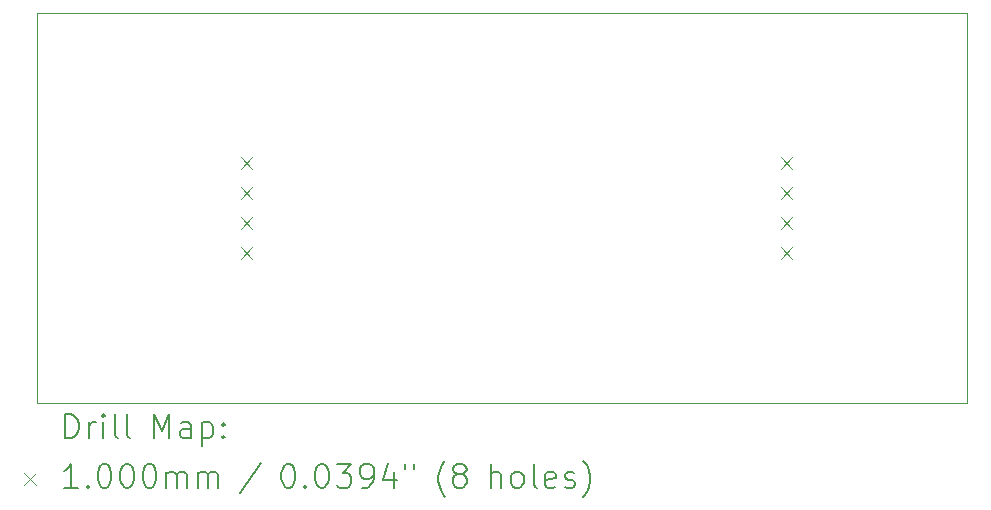
<source format=gbr>
%TF.GenerationSoftware,KiCad,Pcbnew,(7.0.0)*%
%TF.CreationDate,2024-01-29T13:38:34-05:00*%
%TF.ProjectId,VCO,56434f2e-6b69-4636-9164-5f7063625858,rev?*%
%TF.SameCoordinates,Original*%
%TF.FileFunction,Drillmap*%
%TF.FilePolarity,Positive*%
%FSLAX45Y45*%
G04 Gerber Fmt 4.5, Leading zero omitted, Abs format (unit mm)*
G04 Created by KiCad (PCBNEW (7.0.0)) date 2024-01-29 13:38:34*
%MOMM*%
%LPD*%
G01*
G04 APERTURE LIST*
%ADD10C,0.100000*%
%ADD11C,0.200000*%
G04 APERTURE END LIST*
D10*
X9144000Y-7874000D02*
X17018000Y-7874000D01*
X17018000Y-7874000D02*
X17018000Y-11176000D01*
X17018000Y-11176000D02*
X9144000Y-11176000D01*
X9144000Y-11176000D02*
X9144000Y-7874000D01*
D11*
D10*
X10872000Y-9094000D02*
X10972000Y-9194000D01*
X10972000Y-9094000D02*
X10872000Y-9194000D01*
X10872000Y-9348000D02*
X10972000Y-9448000D01*
X10972000Y-9348000D02*
X10872000Y-9448000D01*
X10872000Y-9602000D02*
X10972000Y-9702000D01*
X10972000Y-9602000D02*
X10872000Y-9702000D01*
X10872000Y-9856000D02*
X10972000Y-9956000D01*
X10972000Y-9856000D02*
X10872000Y-9956000D01*
X15444000Y-9094000D02*
X15544000Y-9194000D01*
X15544000Y-9094000D02*
X15444000Y-9194000D01*
X15444000Y-9348000D02*
X15544000Y-9448000D01*
X15544000Y-9348000D02*
X15444000Y-9448000D01*
X15444000Y-9602000D02*
X15544000Y-9702000D01*
X15544000Y-9602000D02*
X15444000Y-9702000D01*
X15444000Y-9856000D02*
X15544000Y-9956000D01*
X15544000Y-9856000D02*
X15444000Y-9956000D01*
D11*
X9386619Y-11474476D02*
X9386619Y-11274476D01*
X9386619Y-11274476D02*
X9434238Y-11274476D01*
X9434238Y-11274476D02*
X9462810Y-11284000D01*
X9462810Y-11284000D02*
X9481857Y-11303048D01*
X9481857Y-11303048D02*
X9491381Y-11322095D01*
X9491381Y-11322095D02*
X9500905Y-11360190D01*
X9500905Y-11360190D02*
X9500905Y-11388762D01*
X9500905Y-11388762D02*
X9491381Y-11426857D01*
X9491381Y-11426857D02*
X9481857Y-11445905D01*
X9481857Y-11445905D02*
X9462810Y-11464952D01*
X9462810Y-11464952D02*
X9434238Y-11474476D01*
X9434238Y-11474476D02*
X9386619Y-11474476D01*
X9586619Y-11474476D02*
X9586619Y-11341143D01*
X9586619Y-11379238D02*
X9596143Y-11360190D01*
X9596143Y-11360190D02*
X9605667Y-11350667D01*
X9605667Y-11350667D02*
X9624714Y-11341143D01*
X9624714Y-11341143D02*
X9643762Y-11341143D01*
X9710429Y-11474476D02*
X9710429Y-11341143D01*
X9710429Y-11274476D02*
X9700905Y-11284000D01*
X9700905Y-11284000D02*
X9710429Y-11293524D01*
X9710429Y-11293524D02*
X9719952Y-11284000D01*
X9719952Y-11284000D02*
X9710429Y-11274476D01*
X9710429Y-11274476D02*
X9710429Y-11293524D01*
X9834238Y-11474476D02*
X9815190Y-11464952D01*
X9815190Y-11464952D02*
X9805667Y-11445905D01*
X9805667Y-11445905D02*
X9805667Y-11274476D01*
X9939000Y-11474476D02*
X9919952Y-11464952D01*
X9919952Y-11464952D02*
X9910429Y-11445905D01*
X9910429Y-11445905D02*
X9910429Y-11274476D01*
X10135190Y-11474476D02*
X10135190Y-11274476D01*
X10135190Y-11274476D02*
X10201857Y-11417333D01*
X10201857Y-11417333D02*
X10268524Y-11274476D01*
X10268524Y-11274476D02*
X10268524Y-11474476D01*
X10449476Y-11474476D02*
X10449476Y-11369714D01*
X10449476Y-11369714D02*
X10439952Y-11350667D01*
X10439952Y-11350667D02*
X10420905Y-11341143D01*
X10420905Y-11341143D02*
X10382809Y-11341143D01*
X10382809Y-11341143D02*
X10363762Y-11350667D01*
X10449476Y-11464952D02*
X10430429Y-11474476D01*
X10430429Y-11474476D02*
X10382809Y-11474476D01*
X10382809Y-11474476D02*
X10363762Y-11464952D01*
X10363762Y-11464952D02*
X10354238Y-11445905D01*
X10354238Y-11445905D02*
X10354238Y-11426857D01*
X10354238Y-11426857D02*
X10363762Y-11407809D01*
X10363762Y-11407809D02*
X10382809Y-11398286D01*
X10382809Y-11398286D02*
X10430429Y-11398286D01*
X10430429Y-11398286D02*
X10449476Y-11388762D01*
X10544714Y-11341143D02*
X10544714Y-11541143D01*
X10544714Y-11350667D02*
X10563762Y-11341143D01*
X10563762Y-11341143D02*
X10601857Y-11341143D01*
X10601857Y-11341143D02*
X10620905Y-11350667D01*
X10620905Y-11350667D02*
X10630429Y-11360190D01*
X10630429Y-11360190D02*
X10639952Y-11379238D01*
X10639952Y-11379238D02*
X10639952Y-11436381D01*
X10639952Y-11436381D02*
X10630429Y-11455428D01*
X10630429Y-11455428D02*
X10620905Y-11464952D01*
X10620905Y-11464952D02*
X10601857Y-11474476D01*
X10601857Y-11474476D02*
X10563762Y-11474476D01*
X10563762Y-11474476D02*
X10544714Y-11464952D01*
X10725667Y-11455428D02*
X10735190Y-11464952D01*
X10735190Y-11464952D02*
X10725667Y-11474476D01*
X10725667Y-11474476D02*
X10716143Y-11464952D01*
X10716143Y-11464952D02*
X10725667Y-11455428D01*
X10725667Y-11455428D02*
X10725667Y-11474476D01*
X10725667Y-11350667D02*
X10735190Y-11360190D01*
X10735190Y-11360190D02*
X10725667Y-11369714D01*
X10725667Y-11369714D02*
X10716143Y-11360190D01*
X10716143Y-11360190D02*
X10725667Y-11350667D01*
X10725667Y-11350667D02*
X10725667Y-11369714D01*
D10*
X9039000Y-11771000D02*
X9139000Y-11871000D01*
X9139000Y-11771000D02*
X9039000Y-11871000D01*
D11*
X9491381Y-11894476D02*
X9377095Y-11894476D01*
X9434238Y-11894476D02*
X9434238Y-11694476D01*
X9434238Y-11694476D02*
X9415190Y-11723048D01*
X9415190Y-11723048D02*
X9396143Y-11742095D01*
X9396143Y-11742095D02*
X9377095Y-11751619D01*
X9577095Y-11875428D02*
X9586619Y-11884952D01*
X9586619Y-11884952D02*
X9577095Y-11894476D01*
X9577095Y-11894476D02*
X9567571Y-11884952D01*
X9567571Y-11884952D02*
X9577095Y-11875428D01*
X9577095Y-11875428D02*
X9577095Y-11894476D01*
X9710429Y-11694476D02*
X9729476Y-11694476D01*
X9729476Y-11694476D02*
X9748524Y-11704000D01*
X9748524Y-11704000D02*
X9758048Y-11713524D01*
X9758048Y-11713524D02*
X9767571Y-11732571D01*
X9767571Y-11732571D02*
X9777095Y-11770667D01*
X9777095Y-11770667D02*
X9777095Y-11818286D01*
X9777095Y-11818286D02*
X9767571Y-11856381D01*
X9767571Y-11856381D02*
X9758048Y-11875428D01*
X9758048Y-11875428D02*
X9748524Y-11884952D01*
X9748524Y-11884952D02*
X9729476Y-11894476D01*
X9729476Y-11894476D02*
X9710429Y-11894476D01*
X9710429Y-11894476D02*
X9691381Y-11884952D01*
X9691381Y-11884952D02*
X9681857Y-11875428D01*
X9681857Y-11875428D02*
X9672333Y-11856381D01*
X9672333Y-11856381D02*
X9662810Y-11818286D01*
X9662810Y-11818286D02*
X9662810Y-11770667D01*
X9662810Y-11770667D02*
X9672333Y-11732571D01*
X9672333Y-11732571D02*
X9681857Y-11713524D01*
X9681857Y-11713524D02*
X9691381Y-11704000D01*
X9691381Y-11704000D02*
X9710429Y-11694476D01*
X9900905Y-11694476D02*
X9919952Y-11694476D01*
X9919952Y-11694476D02*
X9939000Y-11704000D01*
X9939000Y-11704000D02*
X9948524Y-11713524D01*
X9948524Y-11713524D02*
X9958048Y-11732571D01*
X9958048Y-11732571D02*
X9967571Y-11770667D01*
X9967571Y-11770667D02*
X9967571Y-11818286D01*
X9967571Y-11818286D02*
X9958048Y-11856381D01*
X9958048Y-11856381D02*
X9948524Y-11875428D01*
X9948524Y-11875428D02*
X9939000Y-11884952D01*
X9939000Y-11884952D02*
X9919952Y-11894476D01*
X9919952Y-11894476D02*
X9900905Y-11894476D01*
X9900905Y-11894476D02*
X9881857Y-11884952D01*
X9881857Y-11884952D02*
X9872333Y-11875428D01*
X9872333Y-11875428D02*
X9862810Y-11856381D01*
X9862810Y-11856381D02*
X9853286Y-11818286D01*
X9853286Y-11818286D02*
X9853286Y-11770667D01*
X9853286Y-11770667D02*
X9862810Y-11732571D01*
X9862810Y-11732571D02*
X9872333Y-11713524D01*
X9872333Y-11713524D02*
X9881857Y-11704000D01*
X9881857Y-11704000D02*
X9900905Y-11694476D01*
X10091381Y-11694476D02*
X10110429Y-11694476D01*
X10110429Y-11694476D02*
X10129476Y-11704000D01*
X10129476Y-11704000D02*
X10139000Y-11713524D01*
X10139000Y-11713524D02*
X10148524Y-11732571D01*
X10148524Y-11732571D02*
X10158048Y-11770667D01*
X10158048Y-11770667D02*
X10158048Y-11818286D01*
X10158048Y-11818286D02*
X10148524Y-11856381D01*
X10148524Y-11856381D02*
X10139000Y-11875428D01*
X10139000Y-11875428D02*
X10129476Y-11884952D01*
X10129476Y-11884952D02*
X10110429Y-11894476D01*
X10110429Y-11894476D02*
X10091381Y-11894476D01*
X10091381Y-11894476D02*
X10072333Y-11884952D01*
X10072333Y-11884952D02*
X10062810Y-11875428D01*
X10062810Y-11875428D02*
X10053286Y-11856381D01*
X10053286Y-11856381D02*
X10043762Y-11818286D01*
X10043762Y-11818286D02*
X10043762Y-11770667D01*
X10043762Y-11770667D02*
X10053286Y-11732571D01*
X10053286Y-11732571D02*
X10062810Y-11713524D01*
X10062810Y-11713524D02*
X10072333Y-11704000D01*
X10072333Y-11704000D02*
X10091381Y-11694476D01*
X10243762Y-11894476D02*
X10243762Y-11761143D01*
X10243762Y-11780190D02*
X10253286Y-11770667D01*
X10253286Y-11770667D02*
X10272333Y-11761143D01*
X10272333Y-11761143D02*
X10300905Y-11761143D01*
X10300905Y-11761143D02*
X10319952Y-11770667D01*
X10319952Y-11770667D02*
X10329476Y-11789714D01*
X10329476Y-11789714D02*
X10329476Y-11894476D01*
X10329476Y-11789714D02*
X10339000Y-11770667D01*
X10339000Y-11770667D02*
X10358048Y-11761143D01*
X10358048Y-11761143D02*
X10386619Y-11761143D01*
X10386619Y-11761143D02*
X10405667Y-11770667D01*
X10405667Y-11770667D02*
X10415191Y-11789714D01*
X10415191Y-11789714D02*
X10415191Y-11894476D01*
X10510429Y-11894476D02*
X10510429Y-11761143D01*
X10510429Y-11780190D02*
X10519952Y-11770667D01*
X10519952Y-11770667D02*
X10539000Y-11761143D01*
X10539000Y-11761143D02*
X10567572Y-11761143D01*
X10567572Y-11761143D02*
X10586619Y-11770667D01*
X10586619Y-11770667D02*
X10596143Y-11789714D01*
X10596143Y-11789714D02*
X10596143Y-11894476D01*
X10596143Y-11789714D02*
X10605667Y-11770667D01*
X10605667Y-11770667D02*
X10624714Y-11761143D01*
X10624714Y-11761143D02*
X10653286Y-11761143D01*
X10653286Y-11761143D02*
X10672333Y-11770667D01*
X10672333Y-11770667D02*
X10681857Y-11789714D01*
X10681857Y-11789714D02*
X10681857Y-11894476D01*
X11039952Y-11684952D02*
X10868524Y-11942095D01*
X11264714Y-11694476D02*
X11283762Y-11694476D01*
X11283762Y-11694476D02*
X11302810Y-11704000D01*
X11302810Y-11704000D02*
X11312333Y-11713524D01*
X11312333Y-11713524D02*
X11321857Y-11732571D01*
X11321857Y-11732571D02*
X11331381Y-11770667D01*
X11331381Y-11770667D02*
X11331381Y-11818286D01*
X11331381Y-11818286D02*
X11321857Y-11856381D01*
X11321857Y-11856381D02*
X11312333Y-11875428D01*
X11312333Y-11875428D02*
X11302810Y-11884952D01*
X11302810Y-11884952D02*
X11283762Y-11894476D01*
X11283762Y-11894476D02*
X11264714Y-11894476D01*
X11264714Y-11894476D02*
X11245667Y-11884952D01*
X11245667Y-11884952D02*
X11236143Y-11875428D01*
X11236143Y-11875428D02*
X11226619Y-11856381D01*
X11226619Y-11856381D02*
X11217095Y-11818286D01*
X11217095Y-11818286D02*
X11217095Y-11770667D01*
X11217095Y-11770667D02*
X11226619Y-11732571D01*
X11226619Y-11732571D02*
X11236143Y-11713524D01*
X11236143Y-11713524D02*
X11245667Y-11704000D01*
X11245667Y-11704000D02*
X11264714Y-11694476D01*
X11417095Y-11875428D02*
X11426619Y-11884952D01*
X11426619Y-11884952D02*
X11417095Y-11894476D01*
X11417095Y-11894476D02*
X11407571Y-11884952D01*
X11407571Y-11884952D02*
X11417095Y-11875428D01*
X11417095Y-11875428D02*
X11417095Y-11894476D01*
X11550429Y-11694476D02*
X11569476Y-11694476D01*
X11569476Y-11694476D02*
X11588524Y-11704000D01*
X11588524Y-11704000D02*
X11598048Y-11713524D01*
X11598048Y-11713524D02*
X11607571Y-11732571D01*
X11607571Y-11732571D02*
X11617095Y-11770667D01*
X11617095Y-11770667D02*
X11617095Y-11818286D01*
X11617095Y-11818286D02*
X11607571Y-11856381D01*
X11607571Y-11856381D02*
X11598048Y-11875428D01*
X11598048Y-11875428D02*
X11588524Y-11884952D01*
X11588524Y-11884952D02*
X11569476Y-11894476D01*
X11569476Y-11894476D02*
X11550429Y-11894476D01*
X11550429Y-11894476D02*
X11531381Y-11884952D01*
X11531381Y-11884952D02*
X11521857Y-11875428D01*
X11521857Y-11875428D02*
X11512333Y-11856381D01*
X11512333Y-11856381D02*
X11502810Y-11818286D01*
X11502810Y-11818286D02*
X11502810Y-11770667D01*
X11502810Y-11770667D02*
X11512333Y-11732571D01*
X11512333Y-11732571D02*
X11521857Y-11713524D01*
X11521857Y-11713524D02*
X11531381Y-11704000D01*
X11531381Y-11704000D02*
X11550429Y-11694476D01*
X11683762Y-11694476D02*
X11807571Y-11694476D01*
X11807571Y-11694476D02*
X11740905Y-11770667D01*
X11740905Y-11770667D02*
X11769476Y-11770667D01*
X11769476Y-11770667D02*
X11788524Y-11780190D01*
X11788524Y-11780190D02*
X11798048Y-11789714D01*
X11798048Y-11789714D02*
X11807571Y-11808762D01*
X11807571Y-11808762D02*
X11807571Y-11856381D01*
X11807571Y-11856381D02*
X11798048Y-11875428D01*
X11798048Y-11875428D02*
X11788524Y-11884952D01*
X11788524Y-11884952D02*
X11769476Y-11894476D01*
X11769476Y-11894476D02*
X11712333Y-11894476D01*
X11712333Y-11894476D02*
X11693286Y-11884952D01*
X11693286Y-11884952D02*
X11683762Y-11875428D01*
X11902810Y-11894476D02*
X11940905Y-11894476D01*
X11940905Y-11894476D02*
X11959952Y-11884952D01*
X11959952Y-11884952D02*
X11969476Y-11875428D01*
X11969476Y-11875428D02*
X11988524Y-11846857D01*
X11988524Y-11846857D02*
X11998048Y-11808762D01*
X11998048Y-11808762D02*
X11998048Y-11732571D01*
X11998048Y-11732571D02*
X11988524Y-11713524D01*
X11988524Y-11713524D02*
X11979000Y-11704000D01*
X11979000Y-11704000D02*
X11959952Y-11694476D01*
X11959952Y-11694476D02*
X11921857Y-11694476D01*
X11921857Y-11694476D02*
X11902810Y-11704000D01*
X11902810Y-11704000D02*
X11893286Y-11713524D01*
X11893286Y-11713524D02*
X11883762Y-11732571D01*
X11883762Y-11732571D02*
X11883762Y-11780190D01*
X11883762Y-11780190D02*
X11893286Y-11799238D01*
X11893286Y-11799238D02*
X11902810Y-11808762D01*
X11902810Y-11808762D02*
X11921857Y-11818286D01*
X11921857Y-11818286D02*
X11959952Y-11818286D01*
X11959952Y-11818286D02*
X11979000Y-11808762D01*
X11979000Y-11808762D02*
X11988524Y-11799238D01*
X11988524Y-11799238D02*
X11998048Y-11780190D01*
X12169476Y-11761143D02*
X12169476Y-11894476D01*
X12121857Y-11684952D02*
X12074238Y-11827809D01*
X12074238Y-11827809D02*
X12198048Y-11827809D01*
X12264714Y-11694476D02*
X12264714Y-11732571D01*
X12340905Y-11694476D02*
X12340905Y-11732571D01*
X12603762Y-11970667D02*
X12594238Y-11961143D01*
X12594238Y-11961143D02*
X12575191Y-11932571D01*
X12575191Y-11932571D02*
X12565667Y-11913524D01*
X12565667Y-11913524D02*
X12556143Y-11884952D01*
X12556143Y-11884952D02*
X12546619Y-11837333D01*
X12546619Y-11837333D02*
X12546619Y-11799238D01*
X12546619Y-11799238D02*
X12556143Y-11751619D01*
X12556143Y-11751619D02*
X12565667Y-11723048D01*
X12565667Y-11723048D02*
X12575191Y-11704000D01*
X12575191Y-11704000D02*
X12594238Y-11675428D01*
X12594238Y-11675428D02*
X12603762Y-11665905D01*
X12708524Y-11780190D02*
X12689476Y-11770667D01*
X12689476Y-11770667D02*
X12679952Y-11761143D01*
X12679952Y-11761143D02*
X12670429Y-11742095D01*
X12670429Y-11742095D02*
X12670429Y-11732571D01*
X12670429Y-11732571D02*
X12679952Y-11713524D01*
X12679952Y-11713524D02*
X12689476Y-11704000D01*
X12689476Y-11704000D02*
X12708524Y-11694476D01*
X12708524Y-11694476D02*
X12746619Y-11694476D01*
X12746619Y-11694476D02*
X12765667Y-11704000D01*
X12765667Y-11704000D02*
X12775191Y-11713524D01*
X12775191Y-11713524D02*
X12784714Y-11732571D01*
X12784714Y-11732571D02*
X12784714Y-11742095D01*
X12784714Y-11742095D02*
X12775191Y-11761143D01*
X12775191Y-11761143D02*
X12765667Y-11770667D01*
X12765667Y-11770667D02*
X12746619Y-11780190D01*
X12746619Y-11780190D02*
X12708524Y-11780190D01*
X12708524Y-11780190D02*
X12689476Y-11789714D01*
X12689476Y-11789714D02*
X12679952Y-11799238D01*
X12679952Y-11799238D02*
X12670429Y-11818286D01*
X12670429Y-11818286D02*
X12670429Y-11856381D01*
X12670429Y-11856381D02*
X12679952Y-11875428D01*
X12679952Y-11875428D02*
X12689476Y-11884952D01*
X12689476Y-11884952D02*
X12708524Y-11894476D01*
X12708524Y-11894476D02*
X12746619Y-11894476D01*
X12746619Y-11894476D02*
X12765667Y-11884952D01*
X12765667Y-11884952D02*
X12775191Y-11875428D01*
X12775191Y-11875428D02*
X12784714Y-11856381D01*
X12784714Y-11856381D02*
X12784714Y-11818286D01*
X12784714Y-11818286D02*
X12775191Y-11799238D01*
X12775191Y-11799238D02*
X12765667Y-11789714D01*
X12765667Y-11789714D02*
X12746619Y-11780190D01*
X12990429Y-11894476D02*
X12990429Y-11694476D01*
X13076143Y-11894476D02*
X13076143Y-11789714D01*
X13076143Y-11789714D02*
X13066619Y-11770667D01*
X13066619Y-11770667D02*
X13047572Y-11761143D01*
X13047572Y-11761143D02*
X13019000Y-11761143D01*
X13019000Y-11761143D02*
X12999952Y-11770667D01*
X12999952Y-11770667D02*
X12990429Y-11780190D01*
X13199952Y-11894476D02*
X13180905Y-11884952D01*
X13180905Y-11884952D02*
X13171381Y-11875428D01*
X13171381Y-11875428D02*
X13161857Y-11856381D01*
X13161857Y-11856381D02*
X13161857Y-11799238D01*
X13161857Y-11799238D02*
X13171381Y-11780190D01*
X13171381Y-11780190D02*
X13180905Y-11770667D01*
X13180905Y-11770667D02*
X13199952Y-11761143D01*
X13199952Y-11761143D02*
X13228524Y-11761143D01*
X13228524Y-11761143D02*
X13247572Y-11770667D01*
X13247572Y-11770667D02*
X13257095Y-11780190D01*
X13257095Y-11780190D02*
X13266619Y-11799238D01*
X13266619Y-11799238D02*
X13266619Y-11856381D01*
X13266619Y-11856381D02*
X13257095Y-11875428D01*
X13257095Y-11875428D02*
X13247572Y-11884952D01*
X13247572Y-11884952D02*
X13228524Y-11894476D01*
X13228524Y-11894476D02*
X13199952Y-11894476D01*
X13380905Y-11894476D02*
X13361857Y-11884952D01*
X13361857Y-11884952D02*
X13352333Y-11865905D01*
X13352333Y-11865905D02*
X13352333Y-11694476D01*
X13533286Y-11884952D02*
X13514238Y-11894476D01*
X13514238Y-11894476D02*
X13476143Y-11894476D01*
X13476143Y-11894476D02*
X13457095Y-11884952D01*
X13457095Y-11884952D02*
X13447572Y-11865905D01*
X13447572Y-11865905D02*
X13447572Y-11789714D01*
X13447572Y-11789714D02*
X13457095Y-11770667D01*
X13457095Y-11770667D02*
X13476143Y-11761143D01*
X13476143Y-11761143D02*
X13514238Y-11761143D01*
X13514238Y-11761143D02*
X13533286Y-11770667D01*
X13533286Y-11770667D02*
X13542810Y-11789714D01*
X13542810Y-11789714D02*
X13542810Y-11808762D01*
X13542810Y-11808762D02*
X13447572Y-11827809D01*
X13619000Y-11884952D02*
X13638048Y-11894476D01*
X13638048Y-11894476D02*
X13676143Y-11894476D01*
X13676143Y-11894476D02*
X13695191Y-11884952D01*
X13695191Y-11884952D02*
X13704714Y-11865905D01*
X13704714Y-11865905D02*
X13704714Y-11856381D01*
X13704714Y-11856381D02*
X13695191Y-11837333D01*
X13695191Y-11837333D02*
X13676143Y-11827809D01*
X13676143Y-11827809D02*
X13647572Y-11827809D01*
X13647572Y-11827809D02*
X13628524Y-11818286D01*
X13628524Y-11818286D02*
X13619000Y-11799238D01*
X13619000Y-11799238D02*
X13619000Y-11789714D01*
X13619000Y-11789714D02*
X13628524Y-11770667D01*
X13628524Y-11770667D02*
X13647572Y-11761143D01*
X13647572Y-11761143D02*
X13676143Y-11761143D01*
X13676143Y-11761143D02*
X13695191Y-11770667D01*
X13771381Y-11970667D02*
X13780905Y-11961143D01*
X13780905Y-11961143D02*
X13799953Y-11932571D01*
X13799953Y-11932571D02*
X13809476Y-11913524D01*
X13809476Y-11913524D02*
X13819000Y-11884952D01*
X13819000Y-11884952D02*
X13828524Y-11837333D01*
X13828524Y-11837333D02*
X13828524Y-11799238D01*
X13828524Y-11799238D02*
X13819000Y-11751619D01*
X13819000Y-11751619D02*
X13809476Y-11723048D01*
X13809476Y-11723048D02*
X13799953Y-11704000D01*
X13799953Y-11704000D02*
X13780905Y-11675428D01*
X13780905Y-11675428D02*
X13771381Y-11665905D01*
M02*

</source>
